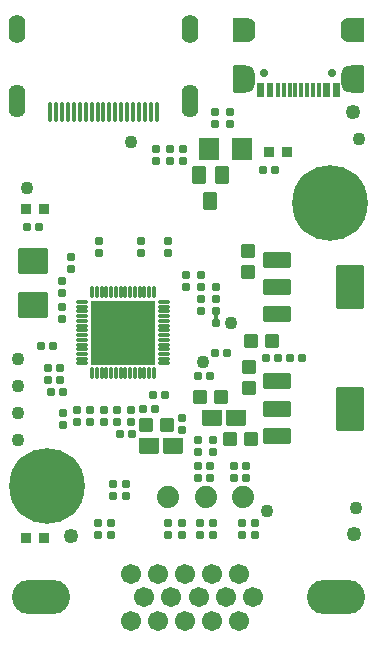
<source format=gbr>
%TF.GenerationSoftware,KiCad,Pcbnew,7.0.9-7.0.9~ubuntu22.04.1*%
%TF.CreationDate,2023-12-18T16:27:13+02:00*%
%TF.ProjectId,VGA2HDMI_Rev_C,56474132-4844-44d4-995f-5265765f432e,C*%
%TF.SameCoordinates,PX5f5e100PY7270e00*%
%TF.FileFunction,Soldermask,Top*%
%TF.FilePolarity,Negative*%
%FSLAX46Y46*%
G04 Gerber Fmt 4.6, Leading zero omitted, Abs format (unit mm)*
G04 Created by KiCad (PCBNEW 7.0.9-7.0.9~ubuntu22.04.1) date 2023-12-18 16:27:13*
%MOMM*%
%LPD*%
G01*
G04 APERTURE LIST*
G04 Aperture macros list*
%AMRoundRect*
0 Rectangle with rounded corners*
0 $1 Rounding radius*
0 $2 $3 $4 $5 $6 $7 $8 $9 X,Y pos of 4 corners*
0 Add a 4 corners polygon primitive as box body*
4,1,4,$2,$3,$4,$5,$6,$7,$8,$9,$2,$3,0*
0 Add four circle primitives for the rounded corners*
1,1,$1+$1,$2,$3*
1,1,$1+$1,$4,$5*
1,1,$1+$1,$6,$7*
1,1,$1+$1,$8,$9*
0 Add four rect primitives between the rounded corners*
20,1,$1+$1,$2,$3,$4,$5,0*
20,1,$1+$1,$4,$5,$6,$7,0*
20,1,$1+$1,$6,$7,$8,$9,0*
20,1,$1+$1,$8,$9,$2,$3,0*%
G04 Aperture macros list end*
%ADD10C,1.254000*%
%ADD11RoundRect,0.050800X-0.275000X0.250000X-0.275000X-0.250000X0.275000X-0.250000X0.275000X0.250000X0*%
%ADD12RoundRect,0.050800X0.275000X-0.250000X0.275000X0.250000X-0.275000X0.250000X-0.275000X-0.250000X0*%
%ADD13O,1.401600X2.401600*%
%ADD14O,1.401600X2.801600*%
%ADD15RoundRect,0.050800X0.125000X-0.800000X0.125000X0.800000X-0.125000X0.800000X-0.125000X-0.800000X0*%
%ADD16C,0.701600*%
%ADD17RoundRect,0.050800X0.550000X1.100000X-0.550000X1.100000X-0.550000X-1.100000X0.550000X-1.100000X0*%
%ADD18O,1.301600X2.301600*%
%ADD19RoundRect,0.050800X0.550000X1.000000X-0.550000X1.000000X-0.550000X-1.000000X0.550000X-1.000000X0*%
%ADD20O,1.401600X2.101600*%
%ADD21RoundRect,0.050800X0.150000X0.575000X-0.150000X0.575000X-0.150000X-0.575000X0.150000X-0.575000X0*%
%ADD22RoundRect,0.050800X0.125000X0.575000X-0.125000X0.575000X-0.125000X-0.575000X0.125000X-0.575000X0*%
%ADD23C,1.101600*%
%ADD24RoundRect,0.050800X-0.127000X0.254000X-0.127000X-0.254000X0.127000X-0.254000X0.127000X0.254000X0*%
%ADD25RoundRect,0.050800X0.127000X-0.254000X0.127000X0.254000X-0.127000X0.254000X-0.127000X-0.254000X0*%
%ADD26RoundRect,0.050800X0.762000X0.635000X-0.762000X0.635000X-0.762000X-0.635000X0.762000X-0.635000X0*%
%ADD27RoundRect,0.050800X-0.250000X-0.275000X0.250000X-0.275000X0.250000X0.275000X-0.250000X0.275000X0*%
%ADD28RoundRect,0.050800X0.250000X0.275000X-0.250000X0.275000X-0.250000X-0.275000X0.250000X-0.275000X0*%
%ADD29C,1.879600*%
%ADD30C,1.301600*%
%ADD31C,6.401600*%
%ADD32RoundRect,0.050800X-0.508000X-0.508000X0.508000X-0.508000X0.508000X0.508000X-0.508000X0.508000X0*%
%ADD33RoundRect,0.050800X-1.117600X0.609600X-1.117600X-0.609600X1.117600X-0.609600X1.117600X0.609600X0*%
%ADD34RoundRect,0.050800X-1.100000X1.800000X-1.100000X-1.800000X1.100000X-1.800000X1.100000X1.800000X0*%
%ADD35RoundRect,0.050800X0.500000X0.700000X-0.500000X0.700000X-0.500000X-0.700000X0.500000X-0.700000X0*%
%ADD36RoundRect,0.050800X0.508000X0.508000X-0.508000X0.508000X-0.508000X-0.508000X0.508000X-0.508000X0*%
%ADD37RoundRect,0.050800X-1.200000X1.050000X-1.200000X-1.050000X1.200000X-1.050000X1.200000X1.050000X0*%
%ADD38RoundRect,0.050800X0.437500X0.100000X-0.437500X0.100000X-0.437500X-0.100000X0.437500X-0.100000X0*%
%ADD39RoundRect,0.050800X0.100000X0.437500X-0.100000X0.437500X-0.100000X-0.437500X0.100000X-0.437500X0*%
%ADD40C,1.901600*%
%ADD41RoundRect,0.050800X1.600000X1.600000X-1.600000X1.600000X-1.600000X-1.600000X1.600000X-1.600000X0*%
%ADD42RoundRect,0.050800X2.700000X2.700000X-2.700000X2.700000X-2.700000X-2.700000X2.700000X-2.700000X0*%
%ADD43RoundRect,0.050800X0.400000X0.400000X-0.400000X0.400000X-0.400000X-0.400000X0.400000X-0.400000X0*%
%ADD44RoundRect,0.050800X0.508000X-0.508000X0.508000X0.508000X-0.508000X0.508000X-0.508000X-0.508000X0*%
%ADD45C,1.701600*%
%ADD46O,4.901600X2.901600*%
%ADD47RoundRect,0.050800X0.800000X0.900000X-0.800000X0.900000X-0.800000X-0.900000X0.800000X-0.900000X0*%
G04 APERTURE END LIST*
D10*
X5537000Y10272000D03*
X29413000Y46213000D03*
D11*
X18999000Y45197000D03*
D12*
X18999000Y46213000D03*
D11*
X17729000Y45197000D03*
D12*
X17729000Y46213000D03*
D10*
X29500000Y10500000D03*
D13*
X1000000Y53200000D03*
D14*
X1000000Y47150000D03*
D13*
X15600000Y53200000D03*
D14*
X15600000Y47150000D03*
D15*
X3800000Y46200000D03*
X4300000Y46200000D03*
X4800000Y46200000D03*
X5300000Y46200000D03*
X5800000Y46200000D03*
X6300000Y46200000D03*
X6800000Y46200000D03*
X7300000Y46200000D03*
X7800000Y46200000D03*
X8300000Y46200000D03*
X8800000Y46200000D03*
X9300000Y46200000D03*
X9800000Y46200000D03*
X10300000Y46200000D03*
X10800000Y46200000D03*
X11300000Y46200000D03*
X11800000Y46200000D03*
X12300000Y46200000D03*
X12800000Y46200000D03*
D16*
X21910000Y49470000D03*
X27690000Y49470000D03*
D17*
X19872400Y48970000D03*
D18*
X20480000Y48970000D03*
X29120000Y48970000D03*
D17*
X29727600Y48970000D03*
D19*
X19872400Y53150000D03*
D20*
X20480000Y53150000D03*
X29120000Y53150000D03*
D19*
X29727600Y53150000D03*
D21*
X28125000Y48068000D03*
X27325000Y48068000D03*
D22*
X26050000Y48068000D03*
X25050000Y48068000D03*
X24550000Y48068000D03*
X23550000Y48068000D03*
D21*
X22275000Y48068000D03*
X21475000Y48068000D03*
X21725000Y48068000D03*
X22525000Y48068000D03*
D22*
X23050000Y48068000D03*
X24050000Y48068000D03*
X25550000Y48068000D03*
X26550000Y48068000D03*
D21*
X27075000Y48068000D03*
X27875000Y48068000D03*
D23*
X10617000Y43673000D03*
D12*
X9474000Y20940000D03*
D11*
X9474000Y19924000D03*
X17856000Y28306000D03*
D24*
X17856000Y28614000D03*
D25*
X17856000Y29014000D03*
D12*
X17856000Y29322000D03*
D26*
X14173000Y17892000D03*
X12141000Y17892000D03*
D11*
X4775000Y30846000D03*
D12*
X4775000Y31862000D03*
D23*
X1092000Y25258000D03*
D11*
X4902000Y19670000D03*
D12*
X4902000Y20686000D03*
D23*
X1092000Y18400000D03*
X22174000Y12431000D03*
X29667000Y12685000D03*
D11*
X10617000Y19924000D03*
D12*
X10617000Y20940000D03*
D23*
X1092000Y22972000D03*
D12*
X13792000Y35291000D03*
D11*
X13792000Y34275000D03*
D12*
X8966000Y11415000D03*
D11*
X8966000Y10399000D03*
D23*
X19126000Y28306000D03*
D27*
X4648000Y23480000D03*
D28*
X3632000Y23480000D03*
D29*
X16967000Y13574000D03*
D26*
X19507000Y20305000D03*
X17475000Y20305000D03*
D30*
X1087000Y14500000D03*
X1849000Y16151000D03*
X1849000Y12722000D03*
X3500000Y16913000D03*
D31*
X3500000Y14500000D03*
D30*
X3500000Y12087000D03*
X5151000Y16151000D03*
X5151000Y12849000D03*
X5913000Y14500000D03*
D32*
X16459000Y22083000D03*
X18237000Y22083000D03*
D33*
X23012200Y23378400D03*
D34*
X29210000Y21067000D03*
D33*
X23012200Y21067000D03*
X23012200Y18755600D03*
D12*
X17602000Y11415000D03*
D11*
X17602000Y10399000D03*
D27*
X4648000Y24496000D03*
D28*
X3632000Y24496000D03*
D35*
X18298000Y40836000D03*
X16398000Y40836000D03*
X17348000Y38636000D03*
D36*
X20777000Y18527000D03*
X18999000Y18527000D03*
D37*
X2362000Y33585000D03*
X2362000Y29885000D03*
D27*
X10744000Y18908000D03*
D28*
X9728000Y18908000D03*
D11*
X16586000Y31354000D03*
D12*
X16586000Y32370000D03*
D27*
X2870000Y36434000D03*
D28*
X1854000Y36434000D03*
D27*
X4013000Y26401000D03*
D28*
X2997000Y26401000D03*
D11*
X15062000Y42022000D03*
D12*
X15062000Y43038000D03*
D11*
X5537000Y32878000D03*
D12*
X5537000Y33894000D03*
D11*
X8331000Y19924000D03*
D12*
X8331000Y20940000D03*
X13792000Y11415000D03*
D11*
X13792000Y10399000D03*
X17856000Y30338000D03*
D12*
X17856000Y31354000D03*
D28*
X24079000Y25385000D03*
D27*
X25095000Y25385000D03*
D12*
X9093000Y14717000D03*
D11*
X9093000Y13701000D03*
X7950000Y34275000D03*
D12*
X7950000Y35291000D03*
D28*
X19380000Y15225000D03*
D27*
X20396000Y15225000D03*
D29*
X20142000Y13574000D03*
D28*
X16332000Y15225000D03*
D27*
X17348000Y15225000D03*
D38*
X13387500Y24900000D03*
X13387500Y25300000D03*
X13387500Y25700000D03*
X13387500Y26100000D03*
X13387500Y26500000D03*
X13387500Y26900000D03*
X13387500Y27300000D03*
X13387500Y27700000D03*
X13387500Y28100000D03*
X13387500Y28500000D03*
X13387500Y28900000D03*
X13387500Y29300000D03*
X13387500Y29700000D03*
X13387500Y30100000D03*
D39*
X12550000Y30937500D03*
X12150000Y30937500D03*
X11750000Y30937500D03*
X11350000Y30937500D03*
X10950000Y30937500D03*
X10550000Y30937500D03*
X10150000Y30937500D03*
X9750000Y30937500D03*
X9350000Y30937500D03*
X8950000Y30937500D03*
X8550000Y30937500D03*
X8150000Y30937500D03*
X7750000Y30937500D03*
X7350000Y30937500D03*
D38*
X6512500Y30100000D03*
X6512500Y29700000D03*
X6512500Y29300000D03*
X6512500Y28900000D03*
X6512500Y28500000D03*
X6512500Y28100000D03*
X6512500Y27700000D03*
X6512500Y27300000D03*
X6512500Y26900000D03*
X6512500Y26500000D03*
X6512500Y26100000D03*
X6512500Y25700000D03*
X6512500Y25300000D03*
X6512500Y24900000D03*
D39*
X7350000Y24062500D03*
X7750000Y24062500D03*
X8150000Y24062500D03*
X8550000Y24062500D03*
X8950000Y24062500D03*
X9350000Y24062500D03*
X9750000Y24062500D03*
X10150000Y24062500D03*
X10550000Y24062500D03*
X10950000Y24062500D03*
X11350000Y24062500D03*
X11750000Y24062500D03*
X12150000Y24062500D03*
X12550000Y24062500D03*
D40*
X9950000Y27500000D03*
D41*
X9950000Y27500000D03*
D42*
X9950000Y27500000D03*
D28*
X19380000Y16241000D03*
D27*
X20396000Y16241000D03*
D11*
X14935000Y19289000D03*
D12*
X14935000Y20305000D03*
D43*
X1727000Y10145000D03*
X3251000Y10145000D03*
D23*
X1092000Y20686000D03*
D28*
X11633000Y21067000D03*
D27*
X12649000Y21067000D03*
D32*
X11887000Y19670000D03*
X13665000Y19670000D03*
D12*
X7823000Y11415000D03*
D11*
X7823000Y10399000D03*
X15316000Y31354000D03*
D12*
X15316000Y32370000D03*
X7188000Y20940000D03*
D11*
X7188000Y19924000D03*
D12*
X10236000Y14717000D03*
D11*
X10236000Y13701000D03*
D36*
X22555000Y26782000D03*
X20777000Y26782000D03*
D44*
X20523000Y32624000D03*
X20523000Y34402000D03*
D11*
X12776000Y42022000D03*
D12*
X12776000Y43038000D03*
D28*
X16332000Y16241000D03*
D27*
X17348000Y16241000D03*
D28*
X22047000Y25385000D03*
D27*
X23063000Y25385000D03*
D11*
X11506000Y34275000D03*
D12*
X11506000Y35291000D03*
D11*
X16332000Y17384000D03*
D12*
X16332000Y18400000D03*
D28*
X12522000Y22210000D03*
D27*
X13538000Y22210000D03*
D29*
X13792000Y13574000D03*
D12*
X14935000Y11415000D03*
D11*
X14935000Y10399000D03*
D12*
X16459000Y11415000D03*
D11*
X16459000Y10399000D03*
D27*
X4902000Y22464000D03*
D28*
X3886000Y22464000D03*
D33*
X23012200Y33665400D03*
D34*
X29210000Y31354000D03*
D33*
X23012200Y31354000D03*
X23012200Y29042600D03*
D23*
X1854000Y39736000D03*
D45*
X19780000Y7090000D03*
X17490000Y7090000D03*
X15200000Y7090000D03*
X12910000Y7090000D03*
X10620000Y7090000D03*
X20925000Y5110000D03*
X18635000Y5110000D03*
X16345000Y5110000D03*
X14055000Y5110000D03*
X11765000Y5110000D03*
X19780000Y3130000D03*
X17490000Y3130000D03*
X15200000Y3130000D03*
X12910000Y3130000D03*
X10620000Y3130000D03*
D46*
X3005000Y5110000D03*
X27995000Y5110000D03*
D12*
X6045000Y20940000D03*
D11*
X6045000Y19924000D03*
X16586000Y29322000D03*
D12*
X16586000Y30338000D03*
X20015000Y11415000D03*
D11*
X20015000Y10399000D03*
D28*
X16332000Y23861000D03*
D27*
X17348000Y23861000D03*
D44*
X20650000Y22845000D03*
X20650000Y24623000D03*
D11*
X17602000Y17384000D03*
D12*
X17602000Y18400000D03*
D47*
X20018000Y43038000D03*
X17218000Y43038000D03*
D43*
X1727000Y37958000D03*
X3251000Y37958000D03*
D28*
X17729000Y25766000D03*
D27*
X18745000Y25766000D03*
D43*
X22301000Y42784000D03*
X23825000Y42784000D03*
D27*
X22809000Y41260000D03*
D28*
X21793000Y41260000D03*
D23*
X16713000Y25004000D03*
D12*
X21158000Y11415000D03*
D11*
X21158000Y10399000D03*
D12*
X4775000Y29703000D03*
D11*
X4775000Y28687000D03*
X13919000Y42022000D03*
D12*
X13919000Y43038000D03*
D23*
X29921000Y43927000D03*
D30*
X25087000Y38500000D03*
X25849000Y40151000D03*
X25849000Y36722000D03*
X27500000Y40913000D03*
D31*
X27500000Y38500000D03*
D30*
X27500000Y36087000D03*
X29151000Y40151000D03*
X29151000Y36849000D03*
X29913000Y38500000D03*
M02*

</source>
